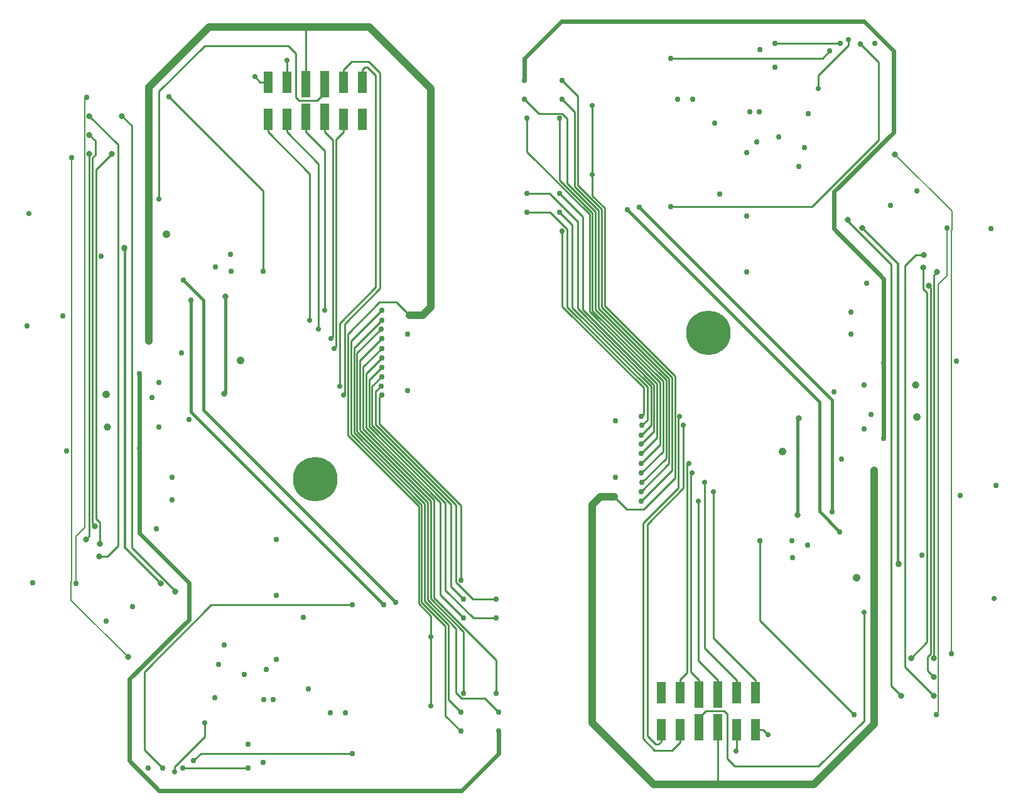
<source format=gbr>
G04 EAGLE Gerber RS-274X export*
G75*
%MOMM*%
%FSLAX34Y34*%
%LPD*%
%INBottom Copper*%
%IPPOS*%
%AMOC8*
5,1,8,0,0,1.08239X$1,22.5*%
G01*
%ADD10R,1.270000X3.000000*%
%ADD11R,1.270000X3.680000*%
%ADD12C,0.756400*%
%ADD13C,0.254000*%
%ADD14C,0.706400*%
%ADD15C,0.152400*%
%ADD16C,0.406400*%
%ADD17C,0.806400*%
%ADD18C,1.006400*%
%ADD19C,1.016000*%
%ADD20C,0.609600*%
%ADD21C,0.203200*%
%ADD22C,0.856400*%
%ADD23C,0.304800*%
%ADD24C,1.056400*%
%ADD25C,6.000000*%


D10*
X546500Y1145000D03*
X571900Y1145000D03*
D11*
X597300Y1142000D03*
X622700Y1142000D03*
D10*
X648100Y1145000D03*
X673500Y1145000D03*
X673500Y1095000D03*
X648100Y1095000D03*
D11*
X622700Y1098000D03*
X597300Y1098000D03*
D10*
X571900Y1095000D03*
X546500Y1095000D03*
X1203500Y272000D03*
X1178100Y272000D03*
D11*
X1152700Y275000D03*
X1127300Y275000D03*
D10*
X1101900Y272000D03*
X1076500Y272000D03*
X1076500Y322000D03*
X1101900Y322000D03*
D11*
X1127300Y319000D03*
X1152700Y319000D03*
D10*
X1178100Y322000D03*
X1203500Y322000D03*
D12*
X810000Y320800D03*
D13*
X810000Y404253D02*
X765936Y448317D01*
X765936Y580075D02*
X670744Y675267D01*
X765936Y580075D02*
X765936Y448317D01*
X670744Y675267D02*
X670744Y769744D01*
X700000Y799000D01*
X810000Y404253D02*
X810000Y320800D01*
D12*
X700000Y799000D03*
D13*
X622700Y1078000D02*
X622700Y1098000D01*
X622700Y1078000D02*
X633700Y1067000D01*
X633700Y801384D01*
X631316Y799000D01*
D14*
X631316Y799000D03*
D12*
X854000Y320800D03*
D13*
X854000Y366000D01*
X770000Y581758D02*
X674808Y676950D01*
X674808Y760808D01*
X700000Y786000D01*
X770000Y450000D02*
X854000Y366000D01*
X770000Y450000D02*
X770000Y581758D01*
D12*
X700000Y786000D03*
D14*
X636000Y786000D03*
D13*
X648100Y1077721D02*
X648100Y1095000D01*
X648100Y1077721D02*
X638134Y1067755D01*
D15*
X638134Y788134D02*
X636000Y786000D01*
D13*
X638134Y788134D02*
X638134Y1067755D01*
D12*
X442552Y851174D03*
X702574Y440426D03*
D16*
X442552Y700448D01*
X442552Y851174D01*
D12*
X432392Y878098D03*
X719000Y444000D03*
D16*
X460000Y703000D01*
X460000Y850490D02*
X432392Y878098D01*
X460000Y850490D02*
X460000Y703000D01*
D17*
X336284Y1048400D03*
D13*
X314766Y1026882D01*
X314766Y555946D01*
X319672Y551040D01*
X319672Y522084D01*
D17*
X319672Y522084D03*
D12*
X660000Y240000D03*
D13*
X455884Y240000D01*
X445884Y230000D01*
D12*
X445884Y230000D03*
D17*
X306000Y1073800D03*
X312826Y546468D03*
D13*
X310064Y549230D02*
X310064Y1042811D01*
X310064Y549230D02*
X312826Y546468D01*
X314000Y1065800D02*
X306000Y1073800D01*
X314000Y1065800D02*
X314000Y1046747D01*
X310064Y1042811D01*
D12*
X520000Y220000D03*
D13*
X432202Y220000D01*
X432101Y220101D01*
D12*
X432101Y220101D03*
X857400Y295400D03*
D13*
X838576Y314224D01*
X807276Y314224D01*
X800000Y321500D01*
X800000Y408505D02*
X761872Y446633D01*
X761872Y578391D01*
X666680Y673583D02*
X666680Y779680D01*
X699000Y812000D01*
X800000Y408505D02*
X800000Y321500D01*
X761872Y578391D02*
X666680Y673583D01*
D12*
X699000Y812000D03*
D13*
X571900Y1078000D02*
X571900Y1095000D01*
X571900Y1078000D02*
X614900Y1035000D01*
X614900Y812100D01*
D15*
X615000Y812000D01*
D14*
X615000Y812000D03*
D12*
X806600Y295400D03*
D13*
X790000Y312000D01*
X790000Y412758D01*
X757808Y576708D02*
X662616Y671900D01*
X662616Y786616D01*
X700000Y824000D01*
X757808Y444950D02*
X790000Y412758D01*
X757808Y444950D02*
X757808Y576708D01*
D12*
X700000Y824000D03*
D14*
X603000Y824000D03*
D13*
X546500Y1078000D02*
X546500Y1095000D01*
X603000Y1021500D02*
X603000Y824000D01*
X603000Y1021500D02*
X546500Y1078000D01*
D12*
X806600Y270000D03*
D13*
X785936Y290664D01*
X785936Y411075D02*
X753744Y443267D01*
X753744Y575024D02*
X658552Y670216D01*
X658552Y795552D02*
X700000Y837000D01*
X785936Y411075D02*
X785936Y290664D01*
X753744Y443267D02*
X753744Y575024D01*
X658552Y670216D02*
X658552Y795552D01*
D12*
X700000Y837000D03*
D13*
X597300Y1078000D02*
X597300Y1098000D01*
X597300Y1078000D02*
X623000Y1052300D01*
X623000Y837000D01*
D14*
X623000Y837000D03*
D12*
X806600Y473200D03*
D13*
X806600Y574400D01*
X697000Y684000D01*
X697000Y720000D02*
X700000Y723000D01*
X697000Y720000D02*
X697000Y684000D01*
D12*
X700000Y723000D03*
D13*
X648100Y1145000D02*
X648100Y1162000D01*
X659100Y1173000D01*
X682000Y1173000D01*
X698000Y1157000D01*
X698000Y867000D01*
X650000Y819000D01*
D15*
X650000Y724838D02*
X648162Y723000D01*
D14*
X648162Y723000D03*
D13*
X650000Y724838D02*
X650000Y819000D01*
D12*
X854000Y447800D03*
D13*
X800024Y489976D02*
X800000Y490000D01*
X800024Y489976D02*
X800024Y470476D01*
X822700Y447800D01*
X854000Y447800D01*
X800000Y490000D02*
X800000Y575000D01*
X692000Y683000D01*
X692000Y728000D01*
X699000Y735000D01*
D12*
X699000Y735000D03*
D13*
X673500Y1145000D02*
X673500Y1161500D01*
D14*
X643182Y735000D03*
D13*
X643182Y819493D02*
X691952Y868263D01*
X643182Y819493D02*
X643182Y735000D01*
X691952Y1154048D02*
X681000Y1165000D01*
X677000Y1165000D01*
X673500Y1161500D01*
X691952Y1154048D02*
X691952Y868263D01*
D12*
X810000Y447800D03*
D13*
X793000Y464800D01*
X687000Y735000D02*
X700000Y748000D01*
X793000Y576000D02*
X793000Y464800D01*
X793000Y576000D02*
X687000Y682000D01*
X687000Y735000D01*
D12*
X700000Y748000D03*
X854000Y422400D03*
D13*
X823600Y422400D01*
X786000Y460000D01*
X786000Y577253D01*
X682936Y680317D01*
X682936Y737683D01*
X683000Y737747D01*
X683000Y743000D01*
X700000Y760000D01*
D12*
X700000Y760000D03*
X810000Y422400D03*
D13*
X778936Y453464D01*
X678872Y678633D02*
X678872Y751872D01*
X700000Y773000D01*
X778936Y578569D02*
X778936Y453464D01*
X778936Y578569D02*
X678872Y678633D01*
D12*
X700000Y773000D03*
D18*
X385804Y795804D03*
D19*
X385804Y1086000D01*
X385804Y1137804D01*
X467000Y1219000D01*
X597000Y1219000D01*
X683000Y1219000D01*
X766000Y1136000D01*
X766000Y842000D01*
X755000Y831000D02*
X737000Y831000D01*
D18*
X737000Y831000D03*
D19*
X755000Y831000D02*
X766000Y842000D01*
D12*
X385804Y1086000D03*
D13*
X720000Y848000D02*
X737000Y831000D01*
X720000Y848000D02*
X697000Y848000D01*
X654488Y805488D01*
X654488Y668512D02*
X749680Y573320D01*
X654488Y668512D02*
X654488Y805488D01*
X749680Y573320D02*
X749680Y441583D01*
X766000Y425263D02*
X766000Y397000D01*
X766000Y304000D01*
X766000Y425263D02*
X749680Y441583D01*
D14*
X766000Y304000D03*
X766000Y397000D03*
D13*
X597300Y1142000D02*
X597300Y1218700D01*
D15*
X597000Y1219000D01*
D12*
X364000Y438000D03*
X544000Y353000D03*
X515000Y346000D03*
X558000Y367000D03*
X488000Y386000D03*
X475000Y315000D03*
X541000Y312000D03*
X554000Y312000D03*
X540000Y228000D03*
X385000Y220000D03*
X328382Y418382D03*
X400000Y680000D03*
X390000Y720000D03*
X440000Y690000D03*
X430000Y780000D03*
X476000Y896000D03*
X496954Y890000D03*
X496000Y913000D03*
X396000Y543000D03*
X222000Y816000D03*
X270189Y829811D03*
X321342Y910000D03*
X558000Y528000D03*
X558000Y453000D03*
X631000Y295000D03*
X735000Y729000D03*
X417000Y582000D03*
X417000Y612000D03*
X601000Y327000D03*
X594000Y423000D03*
D13*
X571900Y1145000D02*
X571900Y1173900D01*
D15*
X572000Y1174000D01*
D14*
X572000Y1174000D03*
X224000Y968000D03*
D12*
X857400Y270000D03*
D20*
X857400Y240000D01*
X807400Y190000D01*
X440000Y470000D02*
X373000Y537000D01*
X373000Y651000D01*
X373000Y752000D01*
D12*
X373000Y651000D03*
X373000Y752000D03*
D20*
X360000Y230000D02*
X400000Y190000D01*
X360000Y340000D02*
X440000Y420000D01*
X440000Y470000D01*
X400000Y190000D02*
X807400Y190000D01*
X360000Y230000D02*
X360000Y340000D01*
D17*
X357772Y369684D03*
D12*
X281572Y1042672D03*
D21*
X281572Y471589D01*
X281346Y471363D01*
X281346Y446110D01*
X357772Y369684D01*
D17*
X350000Y1099200D03*
D13*
X363119Y1086081D01*
X363119Y517737D01*
X421780Y459076D01*
X421780Y458076D01*
D17*
X421780Y458076D03*
D22*
X353400Y921400D03*
D23*
X353592Y921208D01*
X353592Y517120D01*
X401968Y468744D01*
D17*
X401968Y468744D03*
X306000Y1048400D03*
X306000Y1048400D03*
D13*
X306000Y533000D01*
X301000Y528000D01*
D17*
X301000Y528000D03*
D12*
X660000Y440000D03*
D13*
X470000Y440000D01*
X380000Y244907D02*
X404453Y220453D01*
D12*
X404453Y220453D03*
D13*
X380000Y350000D02*
X470000Y440000D01*
X380000Y350000D02*
X380000Y244907D01*
D14*
X400000Y987000D03*
D13*
X400000Y1133000D01*
X461000Y1194000D02*
X574000Y1194000D01*
X584156Y1183844D01*
X584156Y1124443D02*
X588793Y1119806D01*
X612806Y1119806D01*
X461000Y1194000D02*
X400000Y1133000D01*
X584156Y1124443D02*
X584156Y1183844D01*
X621500Y1128500D02*
X612806Y1119806D01*
D15*
X621500Y1140800D02*
X622700Y1142000D01*
X621500Y1140800D02*
X621500Y1128500D01*
D24*
X328620Y724000D03*
X510000Y770000D03*
D17*
X489000Y856000D03*
D16*
X489000Y726688D01*
X487312Y725000D01*
D17*
X487312Y725000D03*
D12*
X275000Y648000D03*
D24*
X410000Y940000D03*
D12*
X651000Y295000D03*
X229000Y470000D03*
X735000Y805000D03*
X400000Y740000D03*
D18*
X330000Y680000D03*
D12*
X520050Y252000D03*
X480000Y360000D03*
D13*
X536000Y1145000D02*
X546500Y1145000D01*
X536000Y1145000D02*
X529000Y1152000D01*
D14*
X529000Y1152000D03*
D17*
X306000Y1099200D03*
D13*
X344532Y1060668D01*
X344532Y519512D01*
X330340Y505320D01*
X318943Y505320D01*
D17*
X318943Y505320D03*
D14*
X421000Y215000D03*
D13*
X421000Y222000D01*
X461674Y262674D02*
X461674Y280674D01*
D14*
X461674Y280674D03*
D13*
X461674Y262674D02*
X421000Y222000D01*
D12*
X302600Y1124600D03*
D21*
X299428Y1121428D01*
X299428Y544512D01*
X287668Y532752D02*
X287668Y468744D01*
D12*
X287668Y468744D03*
D21*
X287668Y532752D02*
X299428Y544512D01*
D12*
X540000Y890000D03*
D13*
X540000Y998000D01*
X413000Y1125000D01*
D12*
X413000Y1125000D03*
D25*
X610000Y610000D03*
D12*
X940000Y1096200D03*
D13*
X940000Y1012747D02*
X984064Y968683D01*
X984064Y836926D02*
X1079256Y741734D01*
X984064Y836926D02*
X984064Y968683D01*
X1079256Y741734D02*
X1079256Y647256D01*
X1050000Y618000D01*
X940000Y1012747D02*
X940000Y1096200D01*
D12*
X1050000Y618000D03*
D13*
X1127300Y339000D02*
X1127300Y319000D01*
X1127300Y339000D02*
X1116300Y350000D01*
X1116300Y615616D01*
X1118684Y618000D01*
D14*
X1118684Y618000D03*
D12*
X896000Y1096200D03*
D13*
X896000Y1051000D01*
X980000Y835242D02*
X1075192Y740050D01*
X1075192Y656192D01*
X1050000Y631000D01*
X980000Y967000D02*
X896000Y1051000D01*
X980000Y967000D02*
X980000Y835242D01*
D12*
X1050000Y631000D03*
D14*
X1114000Y631000D03*
D13*
X1101900Y339279D02*
X1101900Y322000D01*
X1101900Y339279D02*
X1111866Y349245D01*
D15*
X1111866Y628866D02*
X1114000Y631000D01*
D13*
X1111866Y628866D02*
X1111866Y349245D01*
D12*
X1307448Y565826D03*
X1047426Y976574D03*
D16*
X1307448Y716552D01*
X1307448Y565826D01*
D12*
X1317608Y538902D03*
X1031000Y973000D03*
D16*
X1290000Y714000D01*
X1290000Y566510D02*
X1317608Y538902D01*
X1290000Y566510D02*
X1290000Y714000D01*
D17*
X1413716Y368600D03*
D13*
X1435234Y390118D01*
X1435234Y861054D01*
X1430328Y865960D01*
X1430328Y894916D01*
D17*
X1430328Y894916D03*
D12*
X1090000Y1177000D03*
D13*
X1294116Y1177000D01*
X1304116Y1187000D01*
D12*
X1304116Y1187000D03*
D17*
X1444000Y343200D03*
X1437174Y870532D03*
D13*
X1439936Y867770D02*
X1439936Y374189D01*
X1439936Y867770D02*
X1437174Y870532D01*
X1436000Y351200D02*
X1444000Y343200D01*
X1436000Y351200D02*
X1436000Y370253D01*
X1439936Y374189D01*
D12*
X1230000Y1197000D03*
D13*
X1317798Y1197000D01*
X1317899Y1196899D01*
D12*
X1317899Y1196899D03*
X892600Y1121600D03*
D13*
X911424Y1102776D01*
X942724Y1102776D01*
X950000Y1095500D01*
X950000Y1008495D02*
X988128Y970367D01*
X988128Y838609D01*
X1083320Y743417D02*
X1083320Y637320D01*
X1051000Y605000D01*
X950000Y1008495D02*
X950000Y1095500D01*
X988128Y838609D02*
X1083320Y743417D01*
D12*
X1051000Y605000D03*
D13*
X1178100Y339000D02*
X1178100Y322000D01*
X1178100Y339000D02*
X1135100Y382000D01*
X1135100Y604900D01*
D15*
X1135000Y605000D01*
D14*
X1135000Y605000D03*
D12*
X943400Y1121600D03*
D13*
X960000Y1105000D01*
X960000Y1004242D01*
X992192Y840292D02*
X1087384Y745100D01*
X1087384Y630384D01*
X1050000Y593000D01*
X992192Y972050D02*
X960000Y1004242D01*
X992192Y972050D02*
X992192Y840292D01*
D12*
X1050000Y593000D03*
D14*
X1147000Y593000D03*
D13*
X1203500Y339000D02*
X1203500Y322000D01*
X1147000Y395500D02*
X1147000Y593000D01*
X1147000Y395500D02*
X1203500Y339000D01*
D12*
X943400Y1147000D03*
D13*
X964064Y1126336D01*
X964064Y1005926D02*
X996256Y973734D01*
X996256Y841976D02*
X1091448Y746784D01*
X1091448Y621448D02*
X1050000Y580000D01*
X964064Y1005926D02*
X964064Y1126336D01*
X996256Y973734D02*
X996256Y841976D01*
X1091448Y746784D02*
X1091448Y621448D01*
D12*
X1050000Y580000D03*
D13*
X1152700Y339000D02*
X1152700Y319000D01*
X1152700Y339000D02*
X1127000Y364700D01*
X1127000Y580000D01*
D14*
X1127000Y580000D03*
D12*
X943400Y943800D03*
D13*
X943400Y842600D01*
X1053000Y733000D01*
X1053000Y697000D02*
X1050000Y694000D01*
X1053000Y697000D02*
X1053000Y733000D01*
D12*
X1050000Y694000D03*
D13*
X1101900Y272000D02*
X1101900Y255000D01*
X1090900Y244000D01*
X1068000Y244000D01*
X1052000Y260000D01*
X1052000Y550000D01*
X1100000Y598000D01*
D15*
X1100000Y692162D02*
X1101838Y694000D01*
D14*
X1101838Y694000D03*
D13*
X1100000Y692162D02*
X1100000Y598000D01*
D12*
X896000Y969200D03*
D13*
X949976Y927024D02*
X950000Y927000D01*
X949976Y927024D02*
X949976Y946524D01*
X927300Y969200D01*
X896000Y969200D01*
X950000Y927000D02*
X950000Y842000D01*
X1058000Y734000D01*
X1058000Y689000D01*
X1051000Y682000D01*
D12*
X1051000Y682000D03*
D13*
X1076500Y272000D02*
X1076500Y255500D01*
D14*
X1106818Y682000D03*
D13*
X1106818Y597507D02*
X1058048Y548737D01*
X1106818Y597507D02*
X1106818Y682000D01*
X1058048Y262952D02*
X1069000Y252000D01*
X1073000Y252000D01*
X1076500Y255500D01*
X1058048Y262952D02*
X1058048Y548737D01*
D12*
X940000Y969200D03*
D13*
X957000Y952200D01*
X1063000Y682000D02*
X1050000Y669000D01*
X957000Y841000D02*
X957000Y952200D01*
X957000Y841000D02*
X1063000Y735000D01*
X1063000Y682000D01*
D12*
X1050000Y669000D03*
X896000Y994600D03*
D13*
X926400Y994600D01*
X964000Y957000D01*
X964000Y839747D01*
X1067064Y736683D01*
X1067064Y679317D01*
X1067000Y679253D01*
X1067000Y674000D01*
X1050000Y657000D01*
D12*
X1050000Y657000D03*
X940000Y994600D03*
D13*
X971064Y963536D01*
X1071128Y738367D02*
X1071128Y665128D01*
X1050000Y644000D01*
X971064Y838431D02*
X971064Y963536D01*
X971064Y838431D02*
X1071128Y738367D01*
D12*
X1050000Y644000D03*
D18*
X1364196Y621196D03*
D19*
X1364196Y331000D01*
X1364196Y279196D01*
X1283000Y198000D01*
X1153000Y198000D01*
X1067000Y198000D01*
X984000Y281000D01*
X984000Y575000D01*
X995000Y586000D02*
X1013000Y586000D01*
D18*
X1013000Y586000D03*
D19*
X995000Y586000D02*
X984000Y575000D01*
D12*
X1364196Y331000D03*
D13*
X1030000Y569000D02*
X1013000Y586000D01*
X1030000Y569000D02*
X1053000Y569000D01*
X1095512Y611512D01*
X1095512Y748488D02*
X1000320Y843680D01*
X1095512Y748488D02*
X1095512Y611512D01*
X1000320Y843680D02*
X1000320Y975417D01*
X984000Y991737D02*
X984000Y1020000D01*
X984000Y1113000D01*
X984000Y991737D02*
X1000320Y975417D01*
D14*
X984000Y1113000D03*
X984000Y1020000D03*
D13*
X1152700Y275000D02*
X1152700Y198300D01*
D15*
X1153000Y198000D01*
D12*
X1386000Y979000D03*
X1206000Y1064000D03*
X1235000Y1071000D03*
X1192000Y1050000D03*
X1262000Y1031000D03*
X1275000Y1102000D03*
X1209000Y1105000D03*
X1196000Y1105000D03*
X1210000Y1189000D03*
X1365000Y1197000D03*
X1421618Y998618D03*
X1350000Y737000D03*
X1360000Y697000D03*
X1310000Y727000D03*
X1320000Y637000D03*
X1274000Y521000D03*
X1253046Y527000D03*
X1254000Y504000D03*
X1354000Y874000D03*
X1528000Y601000D03*
X1479811Y587189D03*
X1428658Y507000D03*
X1192000Y889000D03*
X1192000Y964000D03*
X1119000Y1122000D03*
X1015000Y688000D03*
X1333000Y835000D03*
X1333000Y805000D03*
X1149000Y1090000D03*
X1156000Y994000D03*
D13*
X1178100Y272000D02*
X1178100Y243100D01*
D15*
X1178000Y243000D01*
D14*
X1178000Y243000D03*
X1526000Y449000D03*
D12*
X892600Y1147000D03*
D20*
X892600Y1177000D01*
X942600Y1227000D01*
X1310000Y947000D02*
X1377000Y880000D01*
X1377000Y766000D01*
X1377000Y665000D01*
D12*
X1377000Y766000D03*
X1377000Y665000D03*
D20*
X1390000Y1187000D02*
X1350000Y1227000D01*
X1390000Y1077000D02*
X1310000Y997000D01*
X1310000Y947000D01*
X1350000Y1227000D02*
X942600Y1227000D01*
X1390000Y1187000D02*
X1390000Y1077000D01*
D17*
X1392228Y1047316D03*
D12*
X1468428Y374328D03*
D21*
X1468428Y945411D01*
X1468654Y945637D01*
X1468654Y970890D01*
X1392228Y1047316D01*
D17*
X1400000Y317800D03*
D13*
X1386881Y330919D01*
X1386881Y899263D01*
X1328220Y957924D01*
X1328220Y958924D01*
D17*
X1328220Y958924D03*
D22*
X1396600Y495600D03*
D23*
X1396408Y495792D01*
X1396408Y899880D01*
X1348032Y948256D01*
D17*
X1348032Y948256D03*
X1444000Y368600D03*
X1444000Y368600D03*
D13*
X1444000Y884000D01*
X1449000Y889000D01*
D17*
X1449000Y889000D03*
D12*
X1090000Y977000D03*
D13*
X1280000Y977000D01*
X1370000Y1172093D02*
X1345547Y1196547D01*
D12*
X1345547Y1196547D03*
D13*
X1370000Y1067000D02*
X1280000Y977000D01*
X1370000Y1067000D02*
X1370000Y1172093D01*
D14*
X1350000Y430000D03*
D13*
X1350000Y284000D01*
X1289000Y223000D02*
X1176000Y223000D01*
X1165844Y233156D01*
X1165844Y292557D02*
X1161207Y297194D01*
X1137194Y297194D01*
X1289000Y223000D02*
X1350000Y284000D01*
X1165844Y292557D02*
X1165844Y233156D01*
X1128500Y288500D02*
X1137194Y297194D01*
D15*
X1128500Y276200D02*
X1127300Y275000D01*
X1128500Y276200D02*
X1128500Y288500D01*
D24*
X1421380Y693000D03*
X1240000Y647000D03*
D17*
X1261000Y561000D03*
D16*
X1261000Y690312D01*
X1262688Y692000D01*
D17*
X1262688Y692000D03*
D12*
X1475000Y769000D03*
D24*
X1340000Y477000D03*
D12*
X1099000Y1122000D03*
X1521000Y947000D03*
X1015000Y612000D03*
X1350000Y677000D03*
D18*
X1420000Y737000D03*
D12*
X1229950Y1165000D03*
X1270000Y1057000D03*
D13*
X1214000Y272000D02*
X1203500Y272000D01*
X1214000Y272000D02*
X1221000Y265000D01*
D14*
X1221000Y265000D03*
D17*
X1444000Y317800D03*
D13*
X1405468Y356332D01*
X1405468Y897488D01*
X1419660Y911680D01*
X1431057Y911680D01*
D17*
X1431057Y911680D03*
D14*
X1329000Y1202000D03*
D13*
X1329000Y1195000D01*
X1288326Y1154326D02*
X1288326Y1136326D01*
D14*
X1288326Y1136326D03*
D13*
X1288326Y1154326D02*
X1329000Y1195000D01*
D12*
X1447400Y292400D03*
D21*
X1450572Y295572D01*
X1450572Y872488D01*
X1462332Y884248D02*
X1462332Y948256D01*
D12*
X1462332Y948256D03*
D21*
X1462332Y884248D02*
X1450572Y872488D01*
D12*
X1210000Y527000D03*
D13*
X1210000Y419000D01*
X1337000Y292000D01*
D12*
X1337000Y292000D03*
D25*
X1140000Y807000D03*
M02*

</source>
